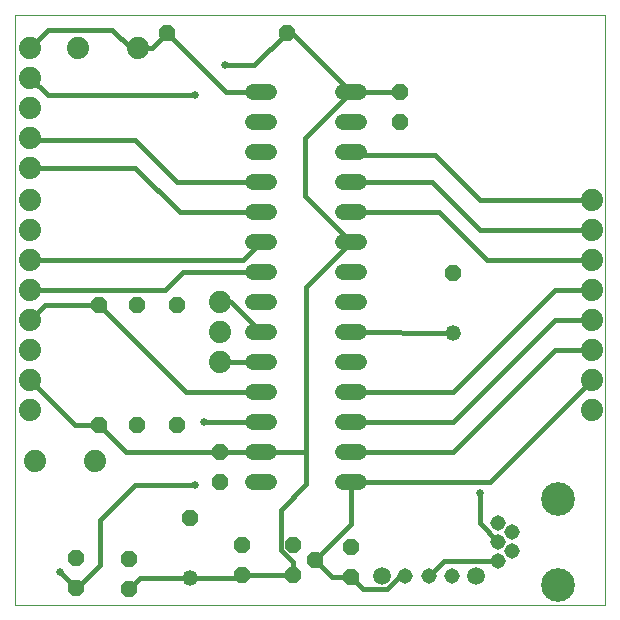
<source format=gtl>
G75*
%MOIN*%
%OFA0B0*%
%FSLAX25Y25*%
%IPPOS*%
%LPD*%
%AMOC8*
5,1,8,0,0,1.08239X$1,22.5*
%
%ADD10C,0.00000*%
%ADD11OC8,0.05200*%
%ADD12C,0.05200*%
%ADD13C,0.05150*%
%ADD14C,0.11220*%
%ADD15C,0.05200*%
%ADD16C,0.05937*%
%ADD17C,0.07400*%
%ADD18C,0.01600*%
%ADD19C,0.02578*%
D10*
X0001339Y0001300D02*
X0001339Y0198150D01*
X0198190Y0198150D01*
X0198190Y0001300D01*
X0001339Y0001300D01*
D11*
X0021595Y0006969D03*
X0021595Y0016969D03*
X0039509Y0016753D03*
X0039509Y0006753D03*
X0059607Y0030394D03*
X0069666Y0042442D03*
X0069666Y0052442D03*
X0055276Y0061359D03*
X0041950Y0061398D03*
X0029513Y0061379D03*
X0029513Y0101379D03*
X0041950Y0101398D03*
X0055276Y0101359D03*
X0129863Y0162422D03*
X0129863Y0172422D03*
X0091930Y0192068D03*
X0051930Y0192068D03*
X0147276Y0112143D03*
X0113426Y0020867D03*
X0113426Y0010867D03*
X0101418Y0016398D03*
X0093918Y0011398D03*
X0093918Y0021398D03*
X0077082Y0021365D03*
X0077082Y0011365D03*
D12*
X0059607Y0010394D03*
X0147276Y0092143D03*
D13*
X0162501Y0028784D03*
X0167225Y0025635D03*
X0162501Y0022485D03*
X0167225Y0019335D03*
X0162501Y0016186D03*
X0147225Y0011182D03*
X0139351Y0011182D03*
X0131477Y0011182D03*
D14*
X0182580Y0008115D03*
X0182580Y0036855D03*
D15*
X0116046Y0042363D02*
X0110846Y0042363D01*
X0110846Y0052363D02*
X0116046Y0052363D01*
X0116046Y0062363D02*
X0110846Y0062363D01*
X0110846Y0072363D02*
X0116046Y0072363D01*
X0116046Y0082363D02*
X0110846Y0082363D01*
X0110846Y0092363D02*
X0116046Y0092363D01*
X0116046Y0102363D02*
X0110846Y0102363D01*
X0110846Y0112363D02*
X0116046Y0112363D01*
X0116046Y0122363D02*
X0110846Y0122363D01*
X0110846Y0132363D02*
X0116046Y0132363D01*
X0116046Y0142363D02*
X0110846Y0142363D01*
X0110846Y0152363D02*
X0116046Y0152363D01*
X0116046Y0162363D02*
X0110846Y0162363D01*
X0110846Y0172363D02*
X0116046Y0172363D01*
X0086046Y0172363D02*
X0080846Y0172363D01*
X0080846Y0162363D02*
X0086046Y0162363D01*
X0086046Y0152363D02*
X0080846Y0152363D01*
X0080846Y0142363D02*
X0086046Y0142363D01*
X0086046Y0132363D02*
X0080846Y0132363D01*
X0080846Y0122363D02*
X0086046Y0122363D01*
X0086046Y0112363D02*
X0080846Y0112363D01*
X0080846Y0102363D02*
X0086046Y0102363D01*
X0086046Y0092363D02*
X0080846Y0092363D01*
X0080846Y0082363D02*
X0086046Y0082363D01*
X0086046Y0072363D02*
X0080846Y0072363D01*
X0080846Y0062363D02*
X0086046Y0062363D01*
X0086046Y0052363D02*
X0080846Y0052363D01*
X0080846Y0042363D02*
X0086046Y0042363D01*
D16*
X0123603Y0011182D03*
X0155099Y0011182D03*
D17*
X0193839Y0066300D03*
X0193839Y0076300D03*
X0193839Y0086300D03*
X0193839Y0096300D03*
X0193839Y0106300D03*
X0193839Y0116300D03*
X0193839Y0126300D03*
X0193839Y0136300D03*
X0069627Y0102360D03*
X0069627Y0092360D03*
X0069627Y0082360D03*
X0027950Y0049406D03*
X0007950Y0049406D03*
X0006339Y0066300D03*
X0006339Y0076300D03*
X0006339Y0086300D03*
X0006339Y0096300D03*
X0006339Y0106300D03*
X0006339Y0116300D03*
X0006339Y0126300D03*
X0006339Y0136300D03*
X0006556Y0147127D03*
X0006556Y0157127D03*
X0006556Y0167127D03*
X0006556Y0177127D03*
X0006556Y0187127D03*
X0022422Y0187107D03*
X0042422Y0187107D03*
D18*
X0039932Y0187107D01*
X0033889Y0193150D01*
X0012579Y0193150D01*
X0011034Y0191605D01*
X0011034Y0191605D01*
X0006556Y0187127D01*
X0006556Y0177127D02*
X0012383Y0171300D01*
X0061339Y0171300D01*
X0071635Y0172363D02*
X0051930Y0192068D01*
X0046969Y0187107D01*
X0042422Y0187107D01*
X0071339Y0181300D02*
X0081162Y0181300D01*
X0091930Y0192068D01*
X0093741Y0192068D01*
X0113446Y0172363D01*
X0129804Y0172363D01*
X0129863Y0172422D01*
X0113446Y0172363D02*
X0098239Y0157157D01*
X0098239Y0137569D01*
X0113446Y0122363D01*
X0098439Y0107357D01*
X0098439Y0052350D01*
X0098426Y0052363D01*
X0083446Y0052363D01*
X0083367Y0052442D01*
X0069666Y0052442D01*
X0038450Y0052442D01*
X0029513Y0061379D01*
X0021261Y0061379D01*
X0006339Y0076300D01*
X0006339Y0096300D02*
X0011418Y0101379D01*
X0029513Y0101379D01*
X0058528Y0072363D01*
X0083446Y0072363D01*
X0083446Y0082363D02*
X0069630Y0082363D01*
X0069627Y0082360D01*
X0083446Y0092363D02*
X0073449Y0102360D01*
X0069627Y0102360D01*
X0057402Y0112363D02*
X0051339Y0106300D01*
X0006339Y0106300D01*
X0006339Y0116300D02*
X0077383Y0116300D01*
X0083446Y0122363D01*
X0083446Y0132363D02*
X0056276Y0132363D01*
X0041513Y0147127D01*
X0006556Y0147127D01*
X0007383Y0156300D02*
X0041339Y0156300D01*
X0055276Y0142363D01*
X0083446Y0142363D01*
X0113446Y0142363D02*
X0140276Y0142363D01*
X0156339Y0126300D01*
X0193839Y0126300D01*
X0193839Y0116300D02*
X0158839Y0116300D01*
X0142776Y0132363D01*
X0113446Y0132363D01*
X0114509Y0151300D02*
X0141339Y0151300D01*
X0156339Y0136300D01*
X0193839Y0136300D01*
X0193839Y0106300D02*
X0181339Y0106300D01*
X0147402Y0072363D01*
X0113446Y0072363D01*
X0113446Y0062363D02*
X0147402Y0062363D01*
X0181339Y0096300D01*
X0193839Y0096300D01*
X0193839Y0086300D02*
X0181339Y0086300D01*
X0147402Y0052363D01*
X0113446Y0052363D01*
X0113446Y0042363D02*
X0159902Y0042363D01*
X0193839Y0076300D01*
X0156339Y0038800D02*
X0156339Y0028646D01*
X0162501Y0022485D01*
X0162501Y0016186D02*
X0144355Y0016186D01*
X0139351Y0011182D01*
X0131477Y0011182D02*
X0129781Y0011182D01*
X0125413Y0006813D01*
X0119353Y0006813D01*
X0119339Y0006800D01*
X0117493Y0006800D01*
X0113426Y0010867D01*
X0106950Y0010867D01*
X0101418Y0016398D01*
X0113446Y0028426D01*
X0113446Y0042363D01*
X0098439Y0041650D02*
X0098439Y0052350D01*
X0098439Y0041650D02*
X0089918Y0033129D01*
X0089918Y0019742D01*
X0093918Y0015742D01*
X0093918Y0011398D01*
X0077116Y0011398D01*
X0077082Y0011365D01*
X0076112Y0010394D01*
X0059607Y0010394D01*
X0043150Y0010394D01*
X0039509Y0006753D01*
X0029839Y0014800D02*
X0022009Y0006969D01*
X0021595Y0006969D01*
X0016339Y0012225D01*
X0016339Y0012300D01*
X0029839Y0014800D02*
X0029839Y0029800D01*
X0041339Y0041300D01*
X0061339Y0041300D01*
X0064339Y0062300D02*
X0064402Y0062363D01*
X0083446Y0062363D01*
X0113446Y0092363D02*
X0147276Y0092143D01*
X0114509Y0151300D02*
X0113446Y0152363D01*
X0083446Y0172363D02*
X0071635Y0172363D01*
X0083446Y0112363D02*
X0057402Y0112363D01*
X0007383Y0156300D02*
X0006556Y0157127D01*
D19*
X0061339Y0171300D03*
X0071339Y0181300D03*
X0064339Y0062300D03*
X0061339Y0041300D03*
X0016339Y0012300D03*
X0156339Y0038800D03*
M02*

</source>
